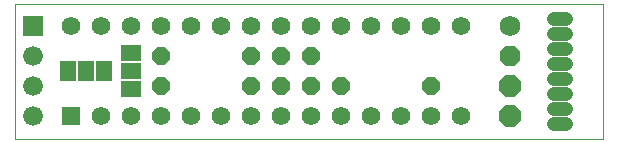
<source format=gbs>
G75*
%MOIN*%
%OFA0B0*%
%FSLAX25Y25*%
%IPPOS*%
%LPD*%
%AMOC8*
5,1,8,0,0,1.08239X$1,22.5*
%
%ADD10C,0.00000*%
%ADD11R,0.06200X0.06200*%
%ADD12C,0.06200*%
%ADD13OC8,0.05800*%
%ADD14OC8,0.06900*%
%ADD15C,0.06900*%
%ADD16OC8,0.07200*%
%ADD17R,0.06600X0.06600*%
%ADD18C,0.06600*%
%ADD19R,0.06900X0.05200*%
%ADD20R,0.05200X0.06900*%
%ADD21C,0.04600*%
D10*
X0042595Y0003750D02*
X0042595Y0048750D01*
X0238845Y0048750D01*
X0238845Y0003750D01*
X0042595Y0003750D01*
D11*
X0061345Y0011250D03*
D12*
X0071345Y0011250D03*
X0081345Y0011250D03*
X0091345Y0011250D03*
X0101345Y0011250D03*
X0111345Y0011250D03*
X0121345Y0011250D03*
X0131345Y0011250D03*
X0141345Y0011250D03*
X0151345Y0011250D03*
X0161345Y0011250D03*
X0171345Y0011250D03*
X0181345Y0011250D03*
X0191345Y0011250D03*
X0191345Y0041250D03*
X0181345Y0041250D03*
X0171345Y0041250D03*
X0161345Y0041250D03*
X0151345Y0041250D03*
X0141345Y0041250D03*
X0131345Y0041250D03*
X0121345Y0041250D03*
X0111345Y0041250D03*
X0101345Y0041250D03*
X0091345Y0041250D03*
X0081345Y0041250D03*
X0071345Y0041250D03*
X0061345Y0041250D03*
D13*
X0091345Y0031250D03*
X0091345Y0021250D03*
X0121345Y0021250D03*
X0131345Y0021250D03*
X0141345Y0021250D03*
X0151345Y0021250D03*
X0141345Y0031250D03*
X0131345Y0031250D03*
X0121345Y0031250D03*
X0181345Y0021250D03*
D14*
X0207595Y0031250D03*
D15*
X0207595Y0041250D03*
D16*
X0207595Y0021250D03*
X0207595Y0011250D03*
D17*
X0048845Y0041250D03*
D18*
X0048845Y0031250D03*
X0048845Y0021250D03*
X0048845Y0011250D03*
D19*
X0081345Y0020250D03*
X0081345Y0026250D03*
X0081345Y0032250D03*
D20*
X0072345Y0026250D03*
X0066345Y0026250D03*
X0060345Y0026250D03*
D21*
X0222345Y0023750D02*
X0226345Y0023750D01*
X0226345Y0018750D02*
X0222345Y0018750D01*
X0222345Y0013750D02*
X0226345Y0013750D01*
X0226345Y0008750D02*
X0222345Y0008750D01*
X0222345Y0028750D02*
X0226345Y0028750D01*
X0226345Y0033750D02*
X0222345Y0033750D01*
X0222345Y0038750D02*
X0226345Y0038750D01*
X0226345Y0043750D02*
X0222345Y0043750D01*
M02*

</source>
